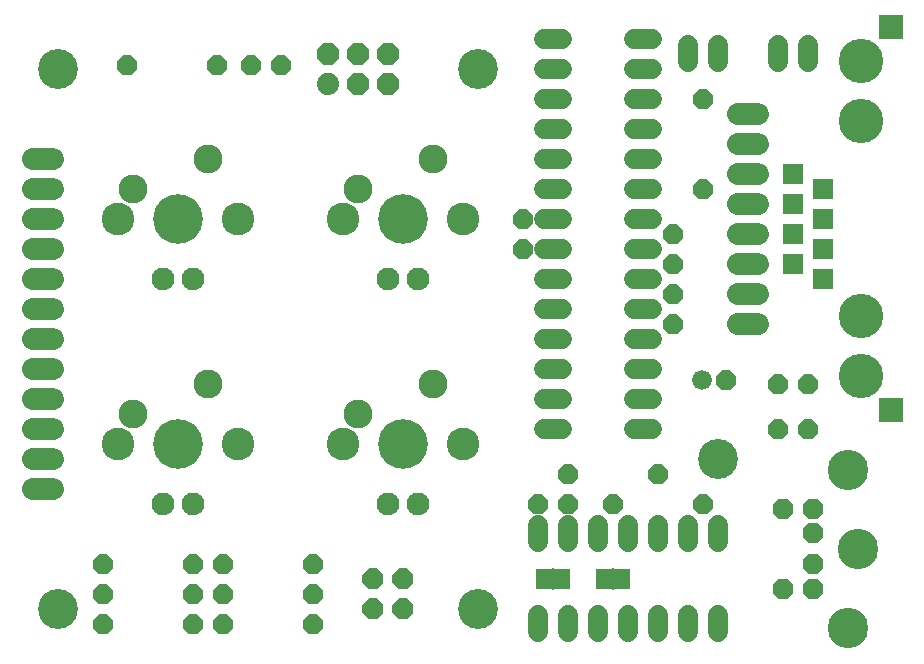
<source format=gbs>
G75*
%MOIN*%
%OFA0B0*%
%FSLAX24Y24*%
%IPPOS*%
%LPD*%
%AMOC8*
5,1,8,0,0,1.08239X$1,22.5*
%
%ADD10C,0.1330*%
%ADD11OC8,0.0660*%
%ADD12C,0.0660*%
%ADD13OC8,0.0694*%
%ADD14C,0.1346*%
%ADD15R,0.0655X0.0655*%
%ADD16C,0.1480*%
%ADD17R,0.0790X0.0790*%
%ADD18C,0.0740*%
%ADD19C,0.0660*%
%ADD20C,0.0966*%
%ADD21C,0.1092*%
%ADD22C,0.1655*%
%ADD23C,0.0760*%
%ADD24C,0.0740*%
%ADD25OC8,0.0740*%
%ADD26R,0.0540X0.0710*%
%ADD27R,0.0060X0.0720*%
%ADD28OC8,0.0700*%
D10*
X002180Y002180D03*
X016180Y002180D03*
X024180Y007180D03*
X016180Y020180D03*
X002180Y020180D03*
D11*
X004493Y020305D03*
X007493Y020305D03*
X008618Y020305D03*
X009618Y020305D03*
X017680Y015180D03*
X017680Y014180D03*
X022680Y013680D03*
X022680Y012680D03*
X022680Y011680D03*
X024432Y009818D03*
X026180Y009680D03*
X027180Y009680D03*
X027180Y008180D03*
X026180Y008180D03*
X023680Y005680D03*
X022180Y006680D03*
X020680Y005680D03*
X019180Y005680D03*
X018180Y005680D03*
X019180Y006680D03*
X010680Y003680D03*
X010680Y002680D03*
X010680Y001680D03*
X007680Y001680D03*
X006680Y001680D03*
X006680Y002680D03*
X007680Y002680D03*
X007680Y003680D03*
X006680Y003680D03*
X003680Y003680D03*
X003680Y002680D03*
X003680Y001680D03*
X022680Y014680D03*
X023680Y016180D03*
X023680Y019180D03*
D12*
X023632Y009818D03*
D13*
X026349Y005519D03*
X027334Y005519D03*
X027334Y004692D03*
X027334Y003668D03*
X027334Y002841D03*
X026349Y002841D03*
D14*
X028510Y001540D03*
X028840Y004180D03*
X028510Y006820D03*
D15*
X027680Y013180D03*
X026680Y013680D03*
X027680Y014180D03*
X027680Y015180D03*
X027680Y016180D03*
X026680Y015680D03*
X026680Y014680D03*
X026680Y016680D03*
D16*
X028930Y018430D03*
X028930Y020430D03*
X028930Y011930D03*
X028930Y009930D03*
D17*
X029930Y008800D03*
X029930Y021560D03*
D18*
X025510Y018680D02*
X024850Y018680D01*
X024850Y017680D02*
X025510Y017680D01*
X025510Y016680D02*
X024850Y016680D01*
X024850Y015680D02*
X025510Y015680D01*
X025510Y014680D02*
X024850Y014680D01*
X024850Y013680D02*
X025510Y013680D01*
X025510Y012680D02*
X024850Y012680D01*
X024850Y011680D02*
X025510Y011680D01*
X002010Y011180D02*
X001350Y011180D01*
X001350Y010180D02*
X002010Y010180D01*
X002010Y009180D02*
X001350Y009180D01*
X001350Y008180D02*
X002010Y008180D01*
X002010Y007180D02*
X001350Y007180D01*
X001350Y006180D02*
X002010Y006180D01*
X002010Y012180D02*
X001350Y012180D01*
X001350Y013180D02*
X002010Y013180D01*
X002010Y014180D02*
X001350Y014180D01*
X001350Y015180D02*
X002010Y015180D01*
X002010Y016180D02*
X001350Y016180D01*
X001350Y017180D02*
X002010Y017180D01*
D19*
X018390Y017180D02*
X018970Y017180D01*
X018970Y018180D02*
X018390Y018180D01*
X018390Y019180D02*
X018970Y019180D01*
X018970Y020180D02*
X018390Y020180D01*
X018390Y021180D02*
X018970Y021180D01*
X021390Y021180D02*
X021970Y021180D01*
X023180Y020970D02*
X023180Y020390D01*
X021970Y020180D02*
X021390Y020180D01*
X021390Y019180D02*
X021970Y019180D01*
X021970Y018180D02*
X021390Y018180D01*
X021390Y017180D02*
X021970Y017180D01*
X021970Y016180D02*
X021390Y016180D01*
X021390Y015180D02*
X021970Y015180D01*
X021970Y014180D02*
X021390Y014180D01*
X021390Y013180D02*
X021970Y013180D01*
X021970Y012180D02*
X021390Y012180D01*
X021390Y011180D02*
X021970Y011180D01*
X021970Y010180D02*
X021390Y010180D01*
X021390Y009180D02*
X021970Y009180D01*
X021970Y008180D02*
X021390Y008180D01*
X018970Y008180D02*
X018390Y008180D01*
X018390Y009180D02*
X018970Y009180D01*
X018970Y010180D02*
X018390Y010180D01*
X018390Y011180D02*
X018970Y011180D01*
X018970Y012180D02*
X018390Y012180D01*
X018390Y013180D02*
X018970Y013180D01*
X018970Y014180D02*
X018390Y014180D01*
X018390Y015180D02*
X018970Y015180D01*
X018970Y016180D02*
X018390Y016180D01*
X024180Y020390D02*
X024180Y020970D01*
X026180Y020970D02*
X026180Y020390D01*
X027180Y020390D02*
X027180Y020970D01*
X024180Y004970D02*
X024180Y004390D01*
X023180Y004390D02*
X023180Y004970D01*
X022180Y004970D02*
X022180Y004390D01*
X021180Y004390D02*
X021180Y004970D01*
X020180Y004970D02*
X020180Y004390D01*
X019180Y004390D02*
X019180Y004970D01*
X018180Y004970D02*
X018180Y004390D01*
X018180Y001970D02*
X018180Y001390D01*
X019180Y001390D02*
X019180Y001970D01*
X020180Y001970D02*
X020180Y001390D01*
X021180Y001390D02*
X021180Y001970D01*
X022180Y001970D02*
X022180Y001390D01*
X023180Y001390D02*
X023180Y001970D01*
X024180Y001970D02*
X024180Y001390D01*
D20*
X014680Y009680D03*
X012180Y008680D03*
X007180Y009680D03*
X004680Y008680D03*
X004680Y016180D03*
X007180Y017180D03*
X012180Y016180D03*
X014680Y017180D03*
D21*
X015680Y015180D03*
X011680Y015180D03*
X008180Y015180D03*
X004180Y015180D03*
X004180Y007680D03*
X008180Y007680D03*
X011680Y007680D03*
X015680Y007680D03*
D22*
X013680Y007680D03*
X006180Y007680D03*
X006180Y015180D03*
X013680Y015180D03*
D23*
X013180Y013180D03*
X014180Y013180D03*
X006680Y013180D03*
X005680Y013180D03*
X005680Y005680D03*
X006680Y005680D03*
X013180Y005680D03*
X014180Y005680D03*
D24*
X011180Y019680D03*
D25*
X012180Y019680D03*
X013180Y019680D03*
X013180Y020680D03*
X012180Y020680D03*
X011180Y020680D03*
D26*
X018380Y003180D03*
X018980Y003180D03*
X020380Y003180D03*
X020980Y003180D03*
D27*
X020680Y003180D03*
X018680Y003180D03*
D28*
X013680Y003180D03*
X013680Y002180D03*
X012680Y002180D03*
X012680Y003180D03*
M02*

</source>
